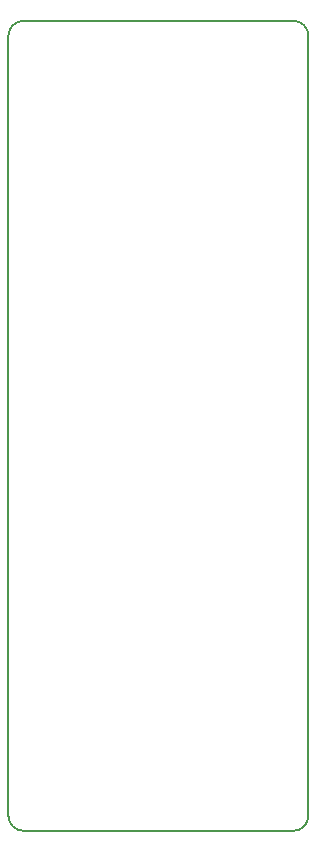
<source format=gbr>
G04 #@! TF.GenerationSoftware,KiCad,Pcbnew,8.0.4+dfsg-1*
G04 #@! TF.CreationDate,2025-03-02T15:08:39+09:00*
G04 #@! TF.ProjectId,bionic-tms7000,62696f6e-6963-42d7-946d-73373030302e,4*
G04 #@! TF.SameCoordinates,Original*
G04 #@! TF.FileFunction,Profile,NP*
%FSLAX46Y46*%
G04 Gerber Fmt 4.6, Leading zero omitted, Abs format (unit mm)*
G04 Created by KiCad (PCBNEW 8.0.4+dfsg-1) date 2025-03-02 15:08:39*
%MOMM*%
%LPD*%
G01*
G04 APERTURE LIST*
G04 #@! TA.AperFunction,Profile*
%ADD10C,0.150000*%
G04 #@! TD*
G04 APERTURE END LIST*
D10*
X125130000Y-70000000D02*
G75*
G02*
X126400000Y-71270000I0J-1270000D01*
G01*
X102270000Y-138580000D02*
G75*
G02*
X101000000Y-137310000I0J1270000D01*
G01*
X125130000Y-70000000D02*
X102270000Y-70000000D01*
X126400000Y-137310000D02*
G75*
G02*
X125130000Y-138580000I-1270000J0D01*
G01*
X101000000Y-71270000D02*
G75*
G02*
X102270000Y-70000000I1270000J0D01*
G01*
X102270000Y-138580000D02*
X125130000Y-138580000D01*
X101000000Y-71270000D02*
X101000000Y-137310000D01*
X126400000Y-137310000D02*
X126400000Y-71270000D01*
M02*

</source>
